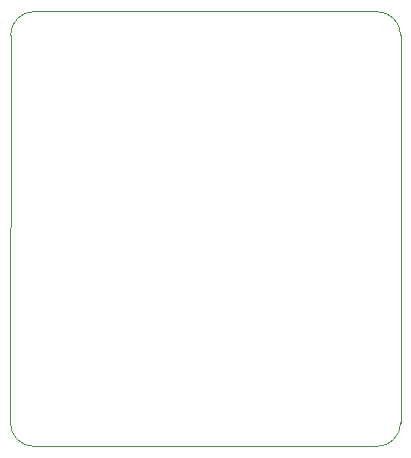
<source format=gbr>
%TF.GenerationSoftware,KiCad,Pcbnew,8.0.5*%
%TF.CreationDate,2024-10-12T22:57:13+02:00*%
%TF.ProjectId,SCS IMD-AMS Indicator,53435320-494d-4442-9d41-4d5320496e64,rev?*%
%TF.SameCoordinates,Original*%
%TF.FileFunction,Profile,NP*%
%FSLAX46Y46*%
G04 Gerber Fmt 4.6, Leading zero omitted, Abs format (unit mm)*
G04 Created by KiCad (PCBNEW 8.0.5) date 2024-10-12 22:57:13*
%MOMM*%
%LPD*%
G01*
G04 APERTURE LIST*
%TA.AperFunction,Profile*%
%ADD10C,0.100000*%
%TD*%
G04 APERTURE END LIST*
D10*
X98838000Y-48006000D02*
G75*
G02*
X100838000Y-50006000I0J-2000000D01*
G01*
X100838000Y-82836000D02*
G75*
G02*
X98838000Y-84836000I-2000000J0D01*
G01*
X100838000Y-50006000D02*
X100838000Y-82836000D01*
X67799200Y-82836000D02*
X67818000Y-50006000D01*
X98838000Y-84836000D02*
X69799200Y-84836000D01*
X69799200Y-84836000D02*
G75*
G02*
X67799200Y-82836000I0J2000000D01*
G01*
X69818000Y-48006000D02*
X98838000Y-48006000D01*
X67818000Y-50006000D02*
G75*
G02*
X69818000Y-48006000I2000000J0D01*
G01*
M02*

</source>
